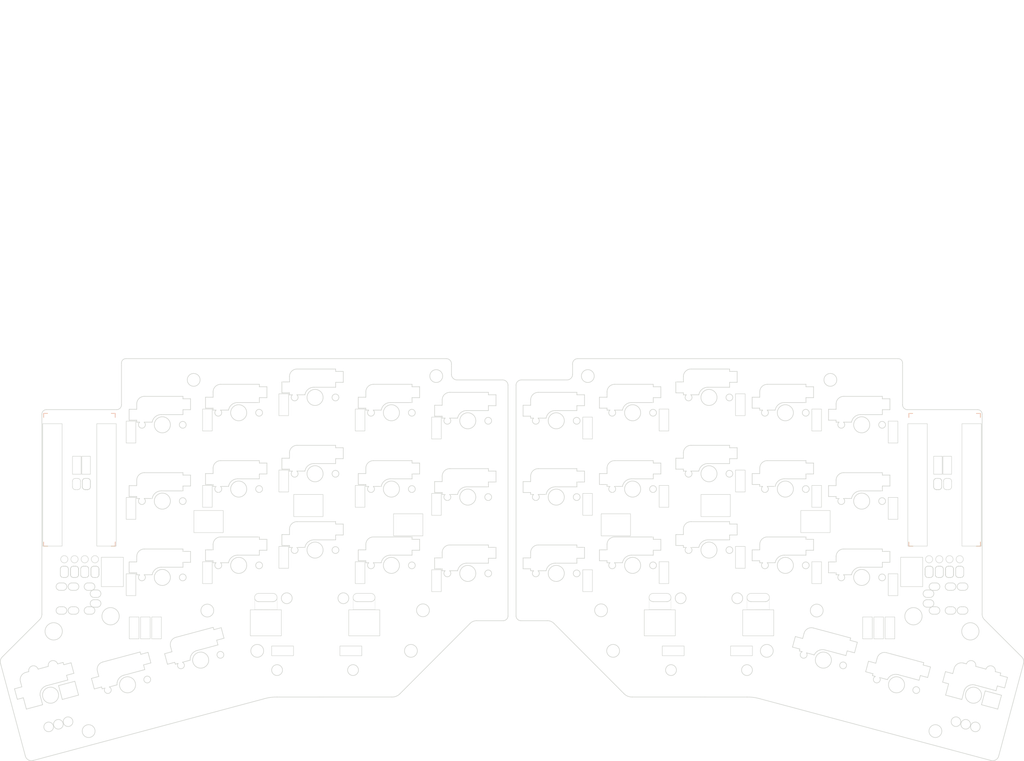
<source format=kicad_pcb>
(kicad_pcb (version 20211014) (generator pcbnew)
  (layers (0 "F.Cu" signal) (31 "B.Cu" signal) (34 "B.Paste" user) (35 "F.Paste" user) (36 "B.SilkS" user "B.Silkscreen") (37 "F.SilkS" user "F.Silkscreen") (38 "B.Mask" user) (39 "F.Mask" user) (44 "Edge.Cuts" user))
  (net 0 "")
  (footprint "jw_custom_footprint:CherryMX_Hotswap_cutout_bottom" (layer "F.Cu") (at 174.709433 100.662896))
  (footprint "jw_custom_footprint:MountingHole_2.7mm_M2.5_cutout" (layer "F.Cu") (at 200.751059 108.848227 180))
  (footprint "jw_custom_footprint:CherryMX_Hotswap_cutout_bottom" (layer "F.Cu") (at 133.694033 102.663096))
  (footprint "jw_custom_footprint:Diode_SOD123_THT_2_cutout" (layer "F.Cu") (at 220.506033 102.555496 90))
  (footprint "jw_custom_footprint:CherryMX_Hotswap_cutout_bottom" (layer "F.Cu") (at 174.709433 81.663296))
  (footprint "jw_custom_footprint:CherryMX_Hotswap_EC11_cutout_bottom" (layer "F.Cu") (at 259.520293 132.988613 -15))
  (footprint "jw_custom_footprint:R_1206_DoubleSided_cutout" (layer "F.Cu") (at 252.998365 75.739168 -90))
  (footprint "jw_custom_footprint:MountingHole_3.2mm_M3_cutout" (layer "F.Cu") (at 223.91026 54.475052))
  (footprint "jw_custom_footprint:Diode_SOD123_THT_2_cutout" (layer "F.Cu") (at 220.506033 83.555096 90))
  (footprint "jw_custom_footprint:Diode_SOD123_THT_2_cutout" (layer "F.Cu") (at 233.143105 116.156536 -90))
  (footprint "jw_custom_footprint:CherryMX_Hotswap_cutout_bottom" (layer "F.Cu") (at 155.709233 64.662296))
  (footprint "jw_custom_footprint:LED_WS2812B_PLCC4_5.0x5.0mm_P3.2mm_double_side_cutout" (layer "F.Cu") (at 244.139867 102.299735 -90))
  (footprint "jw_custom_footprint:CherryMX_Hotswap_cutout_bottom" (layer "F.Cu") (at 155.709233 83.662696))
  (footprint "jw_custom_footprint:Diode_SOD123_THT_2_cutout" (layer "F.Cu") (at 182.506433 102.554896 90))
  (footprint "jw_custom_footprint:Diode_SOD123_THT_2_cutout" (layer "F.Cu") (at 220.506033 64.555136 90))
  (footprint "jw_custom_footprint:MountingHole_3.2mm_M3_cutout" (layer "F.Cu") (at 220.519305 111.913502))
  (footprint "jw_custom_footprint:MountingHole_4.3mm_M4_cutout" (layer "F.Cu") (at 244.585093 113.329015 180))
  (footprint "jw_custom_footprint:CherryMX_Hotswap_cutout_bottom" (layer "F.Cu") (at 95.694433 96.853096))
  (footprint "jw_custom_footprint:SolderJumper-2_P1.3mm_Open_RoundedPad1.0x1.5mm_dual_side_cutout" (layer "F.Cu") (at 40.926522 102.27585 -90))
  (footprint "jw_custom_footprint:SolderJumper-2_P1.3mm_Open_RoundedPad1.0x1.5mm_dual_side_cutout" (layer "F.Cu") (at 38.386522 102.27585 -90))
  (footprint "jw_custom_footprint:Diode_SOD123_THT_2_cutout" (layer "F.Cu") (at 239.505731 86.555496 90))
  (footprint "jw_custom_footprint:Diode_SOD123_THT_2_cutout" (layer "F.Cu") (at 201.505833 60.744936 90))
  (footprint "jw_custom_footprint:Diode_SOD123_THT_2_cutout" (layer "F.Cu") (at 239.505731 105.555496 90))
  (footprint "jw_custom_footprint:MountingHole_3.2mm_M3_cutout" (layer "F.Cu") (at 166.86186 111.850852))
  (footprint "jw_custom_footprint:OLED_4Pin_cutout" (layer "F.Cu") (at 248.476744 99.139923))
  (footprint "jw_custom_footprint:MountingHole_4.3mm_M4_cutout" (layer "F.Cu") (at 258.744867 117.088215))
  (footprint "jw_custom_footprint:CherryMX_Hotswap_cutout_bottom" (layer "F.Cu") (at 240.368693 130.397815 -15))
  (footprint "jw_custom_footprint:R_1206_DoubleSided_cutout" (layer "F.Cu") (at 250.673265 75.739168 -90))
  (footprint "jw_custom_footprint:Diode_SOD123_THT_2_cutout" (layer "F.Cu") (at 239.50586 67.556052 90))
  (footprint "jw_custom_footprint:FPC_front_flip_connector_1x05-P0.5mm_Horizontal_cutout" (layer "F.Cu") (at 181.458663 115.434061))
  (footprint "jw_custom_footprint:CherryMX_Hotswap_cutout_bottom" (layer "F.Cu") (at 193.708833 96.853096))
  (footprint "jw_custom_footprint:CherryMX_Hotswap_cutout_bottom" (layer "F.Cu") (at 133.694033 64.662296))
  (footprint "jw_custom_footprint:CherryMX_Hotswap_cutout_bottom" (layer "F.Cu") (at 114.693833 81.663296))
  (footprint "jw_custom_footprint:CherryMX_Hotswap_cutout_bottom" (layer "F.Cu") (at 95.694433 58.852936))
  (footprint "jw_custom_footprint:MountingHole_3.2mm_M3_cutout" (layer "F.Cu") (at 250.046093 141.929415))
  (footprint "jw_custom_footprint:MountingHole_2.7mm_M2.5_cutout" (layer "F.Cu") (at 184.259059 126.737835 180))
  (footprint "jw_custom_footprint:Diode_SOD123_THT_2_cutout" (layer "F.Cu") (at 201.878705 121.945302 180))
  (footprint "jw_custom_footprint:CherryMX_Hotswap_cutout_bottom" (layer "F.Cu") (at 114.693833 100.662896))
  (footprint "jw_custom_footprint:CherryMX_Hotswap_cutout_bottom" (layer "F.Cu") (at 57.694535 84.663496))
  (footprint "jw_custom_footprint:SolderJumper-2_P1.3mm_Open_RoundedPad1.0x1.5mm_dual_side_cutout" (layer "F.Cu") (at 256.096744 102.27585 -90))
  (footprint "jw_custom_footprint:CherryMX_Hotswap_cutout_bottom" (layer "F.Cu") (at 212.709033 62.663136))
  (footprint "jw_custom_footprint:CherryMX_Hotswap_cutout_bottom" (layer "F.Cu") (at 174.709433 62.663696))
  (footprint "jw_custom_footprint:Nintendo_Switch_Joystick_Cable_Hole_5.5x2mm_cutout" (layer "F.Cu") (at 205.958804 108.659258))
  (footprint "jw_custom_footprint:MountingHole_2.7mm_M2.5_cutout" (layer "F.Cu") (at 203.158859 126.738435 180))
  (footprint "jw_custom_footprint:CherryMX_Hotswap_cutout_bottom" (layer "F.Cu") (at 231.708731 65.663696))
  (footprint "jw_custom_footprint:CherryMX_Hotswap_cutout_bottom" (layer "F.Cu") (at 67.234399 124.251421 15))
  (footprint "jw_custom_footprint:ProMicro_jumper_pad_only_cutout_beneath_PCB" (layer "F.Cu") (at 37.071173 79.358515))
  (footprint "jw_custom_footprint:Diode_SOD123_THT_2_cutout" (layer "F.Cu") (at 184.883105 121.945302 180))
  (footprint "jw_custom_footprint:Diode_SOD123_THT_2_cutout" (layer "F.Cu") (at 163.506233 104.555096 90))
  (footprint "jw_custom_footprint:LED_WS2812B_PLCC4_5.0x5.0mm_P3.2mm_double_side_cutout" (layer "F.Cu") (at 170.530667 90.568221))
  (footprint "jw_custom_footprint:SolderJumper-2_P1.3mm_Open_RoundedPad1.0x1.5mm_dual_side_cutout" (layer "F.Cu") (at 33.306522 102.27585 -90))
  (footprint "jw_custom_footprint:CherryMX_Hotswap_cutout_bottom" (layer "F.Cu") (at 76.694233 81.663096))
  (footprint "jw_custom_footprint:Diode_SOD123_THT_2_cutout" (layer "F.Cu") (at 182.506433 83.555296 90))
  (footprint "jw_custom_footprint:Diode_SOD123_THT_2_cutout" (layer "F.Cu") (at 163.506233 85.554696 90))
  (footprint "jw_custom_footprint:Diode_SOD123_THT_2_cutout" (layer "F.Cu") (at 235.937105 116.156536 -90))
  (footprint "jw_custom_footprint:Diode_SOD123_THT_2_cutout" (layer "F.Cu") (at 182.506433 64.555696 90))
  (footprint "jw_custom_footprint:CherryMX_Hotswap_cutout_bottom" (layer "F.Cu") (at 212.709033 100.663496))
  (footprint "jw_custom_footprint:CherryMX_Hotswap_cutout_bottom" (layer "F.Cu") (at 49.034573 130.397815 15))
  (footprint "jw_custom_footprint:CherryMX_Hotswap_cutout_bottom" (layer "F.Cu") (at 76.694233 62.663136))
  (footprint "jw_custom_footprint:Diode_SOD123_THT_2_cutout" (layer "F.Cu") (at 201.505833 98.745096 90))
  (footprint "jw_custom_footprint:Diode_SOD123_THT_2_cutout" (layer "F.Cu") (at 163.506233 66.554296 90))
  (footprint "jw_custom_footprint:LED_WS2812B_PLCC4_5.0x5.0mm_P3.2mm_double_side_cutout" (layer "F.Cu") (at 220.203467 89.758221))
  (footprint "jw_custom_footprint:CherryMX_Hotswap_cutout_bottom" (layer "F.Cu") (at 114.693833 62.663696))
  (footprint "jw_custom_footprint:Nintendo_Switch_Joystick_Cable_Hole_6x2mm_cutout" (layer "F.Cu") (at 181.458608 108.659258))
  (footprint "jw_custom_footprint:SolderJumper-2_P1.3mm_Open_RoundedPad1.0x1.5mm_dual_side_cutout" (layer "F.Cu") (at 253.069635 80.407934 90))
  (footprint "jw_custom_footprint:CherryMX_Hotswap_cutout_bottom" (layer "F.Cu") (at 57.694535 103.663496))
  (footprint "jw_custom_footprint:MJ-4PP-9_cutout_beneath_PCB" (layer "F.Cu") (at 260.109805 109.806536 -90))
  (footprint "jw_custom_footprint:Diode_SOD123_THT_2_cutout" (layer "F.Cu") (at 238.731105 116.156536 -90))
  (footprint "jw_custom_footprint:CherryMX_Hotswap_cutout_bottom" (layer "F.Cu") (at 222.168867 124.251421 -15))
  (footprint "jw_custom_footprint:CherryMX_Hotswap_cutout_bottom" (layer "F.Cu") (at 57.694535 65.663696))
  (footprint "jw_custom_footprint:SolderJumper-2_P1.3mm_Open_RoundedPad1.0x1.5mm_dual_side_cutout" (layer "F.Cu") (at 248.476744 102.27585 -90))
  (footprint "jw_custom_footprint:MountingHole_3.2mm_M3_cutout" (layer "F.Cu") (at 208.094549 121.945302))
  (footprint "jw_custom_footprint:CherryMX_Hotswap_cutout_bottom" (layer "F.Cu") (at 231.708731 103.663496))
  (footprint "jw_custom_footprint:CherryMX_Hotswap_cutout_bottom" (layer "F.Cu") (at 212.709033 81.663096))
  (footprint "jw_custom_footprint:Diode_SOD123_THT_2_cutout" (layer "F.Cu") (at 201.505833 79.744896 90))
  (footprint "jw_custom_footprint:SolderJumper-2_P1.3mm_Open_RoundedPad1.0x1.5mm_dual_side_cutout" (layer "F.Cu") (at 38.789918 80.407934 90))
  (footprint "jw_custom_footprint:CherryMX_Hotswap_cutout_bottom" (layer "F.Cu") (at 133.694033 83.662696))
  (footprint "jw_custom_footprint:MountingHole_2.7mm_M2.5_cutout" (layer "F.Cu") (at 186.659548 108.847717 180))
  (footprint "jw_custom_footprint:SolderJumper-2_P1.3mm_Open_RoundedPad1.0x1.5mm_dual_side_cutout" (layer "F.Cu") (at 35.846522 102.27585 -90))
  (footprint "jw_custom_footprint:LED_WS2812B_PLCC4_5.0x5.0mm_P3.2mm_double_side_cutout" (layer "F.Cu") (at 195.367067 85.767621))
  (footprint "jw_custom_footprint:CherryMX_Hotswap_EC11_cutout_bottom" (layer "F.Cu") (at 29.882973 132.988613 15))
  (footprint "jw_custom_footprint:CherryMX_Hotswap_cutout_bottom" (layer "F.Cu") (at 95.694433 77.852896))
  (footprint "jw_custom_footprint:SolderJumper-2_P1.3mm_Open_RoundedPad1.0x1.5mm_dual_side_cutout" (layer "F.Cu") (at 253.556744 102.27585 -90))
  (footprint "jw_custom_footprint:SolderJumper-2_P1.3mm_Open_RoundedPad1.0x1.5mm_dual_side_cutout" (layer "F.Cu") (at 250.613348 80.407934 90))
  (footprint "jw_custom_footprint:CherryMX_Hotswap_cutout_bottom" (layer "F.Cu") (at 231.708731 84.663496))
  (footprint "jw_custom_footprint:CherryMX_Hotswap_cutout_bottom" (layer "F.Cu") (at 193.708833 58.852936))
  (footprint "jw_custom_footprint:MountingHole_3.2mm_M3_cutout" (layer "F.Cu") (at 169.858293 121.945302))
  (footprint "jw_custom_footprint:MountingHole_3.2mm_M3_cutout" (layer "F.Cu") (at 163.559093 53.533215))
  (footprint "jw_custom_footprint:CherryMX_Hotswap_cutout_bottom" (layer "F.Cu") (at 193.708833 77.852896))
  (footprint "jw_custom_footprint:CherryMX_Hotswap_cutout_bottom" (layer "F.Cu") (at 76.694233 100.663496))
  (footprint "jw_custom_footprint:SolderJumper-2_P1.3mm_Open_RoundedPad1.0x1.5mm_dual_side_cutout" (layer "F.Cu") (at 251.016744 102.27585 -90))
  (footprint "jw_custom_footprint:FPC_front_flip_connector_1x05-P0.5mm_Horizontal_cutout" (layer "F.Cu") (at 83.444462 115.434061))
  (footprint "jw_custom_footprint:CherryMX_Hotswap_cutout_bottom" (layer "F.Cu") (at 155.709233 102.663096))
  (footprint "jw_custom_footprint:MountingHole_2.7mm_M2.5_cutout" (layer "B.Cu") (at 88.652207 108.848227))
  (footprint "jw_custom_footprint:MountingHole_3.2mm_M3_cutout" (layer "B.Cu") (at 81.308717 121.945302 180))
  (footprint "jw_custom_footprint:SolderJumper-2_P1.3mm_Open_RoundedPad1.0x1.5mm_dual_side_cutout" (layer "B.Cu") (at 251.016744 102.27585 -90))
  (footprint "jw_custom_footprint:MountingHole_4.3mm_M4_cutout" (layer "B.Cu") (at 44.818173 113.329015))
  (footprint "jw_custom_footprint:LED_WS2812B_PLCC4_5.0x5.0mm_P3.2mm_double_side_cutout" (layer "B.Cu") (at 45.263399 102.299735 -90))
  (footprint "jw_custom_footprint:MountingHole_3.2mm_M3_cutout" (layer "B.Cu") (at 68.883961 111.913502 180))
  (footprint "jw_custom_footprint:SolderJumper-2_P1.3mm_Open_RoundedPad1.0x1.5mm_dual_side_cutout" (layer "B.Cu") (at 40.926522 102.27585 -90))
  (footprint "jw_custom_footprint:Diode_SOD123_THT_2_cutout" (layer "B.Cu") (at 104.520161 121.945302))
  (footprint "jw_custom_footprint:Diode_SOD123_THT_2_cutout" (layer "B.Cu") (at 87.897433 79.744896 90))
  (footprint "jw_custom_footprint:Diode_SOD123_THT_2_cutout" (layer "B.Cu") (at 68.897233 64.555136 90))
  (footprint "jw_custom_footprint:MountingHole_3.2mm_M3_cutout" (layer "B.Cu") (at 39.357173 141.929415 180))
  (footprint "jw_custom_footprint:R_1206_DoubleSided_cutout" (layer "B.Cu") (at 38.730001 75.739168 -90))
  (footprint "jw_custom_footprint:Diode_SOD123_THT_2_cutout" (layer "B.Cu") (at 106.896833 102.554896 90))
  (footprint "jw_custom_footprint:MountingHole_4.3mm_M4_cutout" (layer "B.Cu") (at 30.658399 117.088215 180))
  (footprint "jw_custom_footprint:Diode_SOD123_THT_2_cutout" (layer "B.Cu") (at 106.896833 83.555296 90))
  (footprint "jw_custom_footprint:Diode_SOD123_THT_2_cutout" (layer "B.Cu") (at 125.897033 85.554696 90))
  (footprint "jw_custom_footprint:R_1206_DoubleSided_cutout" (layer "B.Cu") (at 36.404901 75.739168 -90))
  (footprint "jw_custom_footprint:MountingHole_3.2mm_M3_cutout" (layer "B.Cu") (at 119.544973 121.945302 180))
  (footprint "jw_custom_footprint:SolderJumper-2_P1.3mm_Open_RoundedPad1.0x1.5mm_dual_side_cutout" (layer "B.Cu") (at 250.613348 80.407934 90))
  (footprint "jw_custom_footprint:Nintendo_Switch_Joystick_Cable_Hole_6x2mm_cutout" (layer "B.Cu") (at 107.944658 108.659258 180))
  (footprint "jw_custom_footprint:Diode_SOD123_THT_2_cutout" (layer "B.Cu") (at 49.897535 86.555496 90))
  (footprint "jw_custom_footprint:OLED_4Pin_cutout" (layer "B.Cu") (at 40.926522 99.139923 180))
  (footprint "jw_custom_footprint:Diode_SOD123_THT_2_cutout" (layer "B.Cu") (at 68.897233 83.555096 90))
  (footprint "jw_custom_footprint:SolderJumper-2_P1.3mm_Open_RoundedPad1.0x1.5mm_dual_side_cutout" (layer "B.Cu") (at 38.386522 102.27585 -90))
  (footprint "jw_custom_footprint:SolderJumper-2_P1.3mm_Open_RoundedPad1.0x1.5mm_dual_side_cutout" (layer "B.Cu") (at 248.476744 102.27585 -90))
  (footprint "jw_custom_footprint:FPC_front_flip_connector_1x05-P0.5mm_Horizontal_cutout" (layer "B.Cu") (at 205.958804 115.434061 180))
  (footprint "jw_custom_footprint:Diode_SOD123_THT_2_cutout" (layer "B.Cu") (at 106.896833 64.555696 90))
  (footprint "jw_custom_footprint:LED_WS2812B_PLCC4_5.0x5.0mm_P3.2mm_double_side_cutout" (layer "B.Cu") (at 94.036199 85.767621 180))
  (footprint "jw_custom_footprint:Diode_SOD123_THT_2_cutout" (layer "B.Cu") (at 87.897433 60.744936 90))
  (footprint "jw_custom_footprint:Diode_SOD123_THT_2_cutout" (layer "B.Cu") (at 125.897033 66.554296 90))
  (footprint "jw_custom_footprint:ProMicro_jumper_pad_only_cutout_beneath_PCB" (layer "B.Cu") (at 252.332093 79.358515 180))
  (footprint "jw_custom_footprint:LED_WS2812B_PLCC4_5.0x5.0mm_P3.2mm_double_side_cutout" (layer "B.Cu") (at 69.199799 89.758221 180))
  (footprint "jw_custom_footprint:Diode_SOD123_THT_2_cutout" (layer "B.Cu") (at 49.897535 105.555496 90))
  (footprint "jw_custom_footprint:FPC_front_flip_connector_1x05-P0.5mm_Horizontal_cutout" (layer "B.Cu") (at 107.944603 115.434061 180))
  (footprint "jw_custom_footprint:MountingHole_3.2mm_M3_cutout" (layer "B.Cu") (at 65.493006 54.475052 180))
  (footprint "jw_custom_footprint:MountingHole_3.2mm_M3_cutout" (layer "B.Cu") (at 125.844173 53.533215 180))
  (footprint "jw_custom_footprint:MountingHole_2.7mm_M2.5_cutout" (layer "B.Cu") (at 102.743718 108.847717))
  (footprint "jw_custom_footprint:MountingHole_3.2mm_M3_cutout" (layer "B.Cu") (at 122.541406 111.850852 180))
  (footprint "jw_custom_footprint:Diode_SOD123_THT_2_cutout" (layer "B.Cu") (at 87.897433 98.745096 90))
  (footprint "jw_custom_footprint:Diode_SOD123_THT_2_cutout" (layer "B.Cu") (at 56.260161 116.156536 -90))
  (footprint "jw_custom_footprint:MJ-4PP-9_cutout_beneath_PCB" (layer "B.Cu") (at 29.293461 109.806536 -90))
  (footprint "jw_custom_footprint:Diode_SOD123_THT_2_cutout" (layer "B.Cu") (at 68.897233 102.555496 90))
  (footprint "jw_custom_footprint:SolderJumper-2_P1.3mm_Open_RoundedPad1.0x1.5mm_dual_side_cutout" (layer "B.Cu") (at 33.306522 102.27585 -90))
  (footprint "jw_custom_footprint:LED_WS2812B_PLCC4_5.0x5.0mm_P3.2mm_double_side_cutout" (layer "B.Cu") (at 118.872599 90.568221 180))
  (footprint "jw_custom_footprint:SolderJumper-2_P1.3mm_Open_RoundedPad1.0x1.5mm_dual_side_cutout" (layer "B.Cu") (at 38.789918 80.407934 90))
  (footprint "jw_custom_footprint:SolderJumper-2_P1.3mm_Open_RoundedPad1.0x1.5mm_dual_side_cutout" (layer "B.Cu") (at 35.846522 102.27585 -90))
  (footprint "jw_custom_footprint:SolderJumper-2_P1.3mm_Open_RoundedPad1.0x1.5mm_dual_side_cutout" (layer "B.Cu") (at 253.556744 102.27585 -90))
  (footprint "jw_custom_footprint:Diode_SOD123_THT_2_cutout" (layer "B.Cu") (at 125.897033 104.555096 90))
  (footprint "jw_custom_footprint:Diode_SOD123_THT_2_cutout" (layer "B.Cu") (at 49.897406 67.556052 90))
  (footprint "jw_custom_footprint:Diode_SOD123_THT_2_cutout" (layer "B.Cu") (at 53.466161 116.156536 -90))
  (footprint "jw_custom_footprint:Diode_SOD123_THT_2_cutout" (layer "B.Cu") (at 50.672161 116.156536 -90))
  (footprint "jw_custom_footprint:MountingHole_2.7mm_M2.5_cutout" (layer "B.Cu") (at 86.244407 126.738435))
  (footprint "jw_custom_footprint:Diode_SOD123_THT_2_cutout" (layer "B.Cu") (at 87.524561 121.945302))
  (footprint "jw_custom_footprint:SolderJumper-2_P1.3mm_Open_RoundedPad1.0x1.5mm_dual_side_cutout" (layer "B.Cu") (at 256.096744 102.27585 -90))
  (footprint "jw_custom_footprint:MountingHole_2.7mm_M2.5_cutout" (layer "B.Cu") (at 105.144207 126.737835))
  (footprint "jw_custom_footprint:SolderJumper-2_P1.3mm_Open_RoundedPad1.0x1.5mm_dual_side_cutout" (layer "B.Cu") (at 36.333631 80.407934 90))
  (footprint "jw_custom_footprint:Nintendo_Switch_Joystick_Cable_Hole_5.5x2mm_cutout" (layer "B.Cu") (at 83.444462 108.659258 180))
  (gr_arc (start 145.701633 55.792731) (mid 146.103342 54.871114) (end 147.037105 54.498536) (layer "Edge.Cuts") (width 0.15))
  (gr_line (start 86.238462 111.688159) (end 80.650462 111.662302) (layer "Edge.Cuts") (width 0.05))
  (gr_arc (start 106.166658 109.721555) (mid 105.534748 109.513215) (end 105.150658 108.969902) (layer "Edge.Cuts") (width 0.05))
  (gr_arc (start 146.832467 114.442421) (mid 146.044461 114.07064) (end 145.701633 113.269621) (layer "Edge.Cuts") (width 0.15))
  (gr_line (start 178.791608 109.020702) (end 178.791608 111.662302) (layer "Edge.Cuts") (width 0.05))
  (gr_line (start 203.164804 109.020702) (end 203.164804 111.688159) (layer "Edge.Cuts") (width 0.05))
  (gr_line (start 172.57686 132.622621) (end 155.17786 115.155621) (layer "Edge.Cuts") (width 0.15))
  (gr_arc (start 159.769591 50.549496) (mid 160.125879 49.588981) (end 161.069893 49.191002) (layer "Edge.Cuts") (width 0.15))
  (gr_arc (start 81.666462 109.757759) (mid 81.023621 109.537717) (end 80.650462 108.969902) (layer "Edge.Cuts") (width 0.05))
  (gr_line (start 47.530621 60.677731) (end 47.530621 50.295902) (layer "Edge.Cuts") (width 0.15))
  (gr_arc (start 27.724783 63.062821) (mid 28.053421 62.222067) (end 28.893183 61.89087) (layer "Edge.Cuts") (width 0.15))
  (gr_line (start 142.570799 114.442421) (end 135.944806 114.442421) (layer "Edge.Cuts") (width 0.15))
  (gr_line (start 17.894173 123.438215) (end 27.169452 114.167215) (layer "Edge.Cuts") (width 0.15))
  (gr_arc (start 174.60886 133.437802) (mid 173.506091 133.246498) (end 172.57686 132.622621) (layer "Edge.Cuts") (width 0.15))
  (gr_line (start 114.794406 133.437802) (end 86.219406 133.445802) (layer "Edge.Cuts") (width 0.15))
  (gr_line (start 85.222462 109.757759) (end 81.666462 109.757759) (layer "Edge.Cuts") (width 0.05))
  (gr_line (start 17.436973 125.089215) (end 23.611097 148.142918) (layer "Edge.Cuts") (width 0.15))
  (gr_line (start 46.317482 61.89087) (end 28.893183 61.89087) (layer "Edge.Cuts") (width 0.15))
  (gr_arc (start 110.611658 109.020702) (mid 110.218894 109.529057) (end 109.606005 109.721555) (layer "Edge.Cuts") (width 0.05))
  (gr_line (start 263.865613 149.244615) (end 206.371433 133.872421) (layer "Edge.Cuts") (width 0.15))
  (gr_line (start 240.745378 49.191206) (end 161.069893 49.191002) (layer "Edge.Cuts") (width 0.15))
  (gr_arc (start 83.031833 133.872421) (mid 84.609768 133.540668) (end 86.219406 133.445802) (layer "Edge.Cuts") (width 0.15))
  (gr_arc (start 243.085784 61.89087) (mid 242.227939 61.535573) (end 241.872645 60.677731) (layer "Edge.Cuts") (width 0.15))
  (gr_arc (start 203.18386 133.445802) (mid 204.793497 133.54068) (end 206.371433 133.872421) (layer "Edge.Cuts") (width 0.15))
  (gr_arc (start 86.238462 109.020702) (mid 85.850058 109.554089) (end 85.222462 109.757759) (layer "Edge.Cuts") (width 0.05))
  (gr_line (start 83.031833 133.872421) (end 25.537653 149.244615) (layer "Edge.Cuts") (width 0.15))
  (gr_arc (start 143.701633 113.269621) (mid 143.35879 114.070626) (end 142.570799 114.442421) (layer "Edge.Cuts") (width 0.15))
  (gr_line (start 110.611658 111.662302) (end 110.611658 109.020702) (layer "Edge.Cuts") (width 0.05))
  (gr_line (start 183.236608 109.721555) (end 179.797261 109.721555) (layer "Edge.Cuts") (width 0.05))
  (gr_arc (start 134.225406 115.155621) (mid 135.008874 114.615236) (end 135.944806 114.442421) (layer "Edge.Cuts") (width 0.15))
  (gr_arc (start 17.436973 125.089215) (mid 17.437379 124.200521) (end 17.894173 123.438215) (layer "Edge.Cuts") (width 0.15))
  (gr_line (start 262.233814 114.167215) (end 271.509093 123.438215) (layer "Edge.Cuts") (width 0.15))
  (gr_arc (start 262.233814 114.167215) (mid 261.815971 113.538171) (end 261.678483 112.795615) (layer "Edge.Cuts") (width 0.15))
  (gr_arc (start 47.530621 50.295902) (mid 47.85596 49.50039) (end 48.657888 49.191206) (layer "Edge.Cuts") (width 0.15))
  (gr_line (start 129.633675 53.100331) (end 129.633675 50.549496) (layer "Edge.Cuts") (width 0.15))
  (gr_line (start 147.037105 54.498536) (end 158.375788 54.498536) (layer "Edge.Cuts") (width 0.15))
  (gr_line (start 241.872645 50.295902) (end 241.872645 60.677731) (layer "Edge.Cuts") (width 0.15))
  (gr_line (start 178.791608 111.662302) (end 184.252608 111.662302) (layer "Edge.Cuts") (width 0.05))
  (gr_arc (start 260.510083 61.89087) (mid 261.349864 62.222047) (end 261.678483 63.062821) (layer "Edge.Cuts") (width 0.15))
  (gr_arc (start 25.537653 149.244615) (mid 24.34497 149.094912) (end 23.611097 148.142918) (layer "Edge.Cuts") (width 0.15))
  (gr_line (start 105.150658 111.662302) (end 110.611658 111.662302) (layer "Edge.Cuts") (width 0.05))
  (gr_line (start 27.724783 63.062821) (end 27.724783 112.795615) (layer "Edge.Cuts") (width 0.15))
  (gr_line (start 143.701633 113.269621) (end 143.701633 55.792731) (layer "Edge.Cuts") (width 0.15))
  (gr_line (start 105.150658 111.662302) (end 105.150658 108.969902) (layer "Edge.Cuts") (width 0.05))
  (gr_arc (start 153.45846 114.442421) (mid 154.394389 114.615244) (end 155.17786 115.155621) (layer "Edge.Cuts") (width 0.15))
  (gr_line (start 184.252608 108.969902) (end 184.252608 111.662302) (layer "Edge.Cuts") (width 0.05))
  (gr_line (start 203.18386 133.445802) (end 174.60886 133.437802) (layer "Edge.Cuts") (width 0.15))
  (gr_arc (start 184.252608 108.969902) (mid 183.868517 109.513215) (end 183.236608 109.721555) (layer "Edge.Cuts") (width 0.05))
  (gr_arc (start 27.724783 112.795615) (mid 27.587303 113.538174) (end 27.169452 114.167215) (layer "Edge.Cuts") (width 0.15))
  (gr_line (start 153.45846 114.442421) (end 146.832467 114.442421) (layer "Edge.Cuts") (width 0.15))
  (gr_arc (start 142.366161 54.498536) (mid 143.299905 54.871133) (end 143.701633 55.792731) (layer "Edge.Cuts") (width 0.15))
  (gr_arc (start 179.797261 109.721555) (mid 179.184372 109.529057) (end 178.791608 109.020702) (layer "Edge.Cuts") (width 0.05))
  (gr_line (start 265.792169 148.142918) (end 271.966293 125.089215) (layer "Edge.Cuts") (width 0.15))
  (gr_arc (start 131.027478 54.498536) (mid 130.042233 54.086881) (end 129.633675 53.100331) (layer "Edge.Cuts") (width 0.15))
  (gr_arc (start 265.792169 148.142918) (mid 265.058273 149.094872) (end 263.865613 149.244615) (layer "Edge.Cuts") (width 0.15))
  (gr_line (start 208.752804 111.662302) (end 203.164804 111.688159) (layer "Edge.Cuts") (width 0.05))
  (gr_line (start 134.225406 115.155621) (end 116.826406 132.622621) (layer "Edge.Cuts") (width 0.15))
  (gr_arc (start 208.752804 108.969902) (mid 208.379644 109.537717) (end 207.736804 109.757759) (layer "Edge.Cuts") (width 0.05))
  (gr_line (start 128.333373 49.191002) (end 48.657888 49.191206) (layer "Edge.Cuts") (width 0.15))
  (gr_arc (start 159.769591 53.100331) (mid 159.36106 54.086908) (end 158.375788 54.498536) (layer "Edge.Cuts") (width 0.15))
  (gr_line (start 131.027478 54.498536) (end 142.366161 54.498536) (layer "Edge.Cuts") (width 0.15))
  (gr_arc (start 204.180804 109.757759) (mid 203.553208 109.554089) (end 203.164804 109.020702) (layer "Edge.Cuts") (width 0.05))
  (gr_arc (start 240.745378 49.191206) (mid 241.547303 49.500392) (end 241.872645 50.295902) (layer "Edge.Cuts") (width 0.15))
  (gr_arc (start 128.333373 49.191002) (mid 129.277403 49.588965) (end 129.633675 50.549496) (layer "Edge.Cuts") (width 0.15))
  (gr_line (start 145.701633 55.792731) (end 145.701633 113.269621) (layer "Edge.Cuts") (width 0.15))
  (gr_arc (start 271.509093 123.438215) (mid 271.965874 124.200525) (end 271.966293 125.089215) (layer "Edge.Cuts") (width 0.15))
  (gr_line (start 86.238462 111.688159) (end 86.238462 109.020702) (layer "Edge.Cuts") (width 0.05))
  (gr_arc (start 47.530621 60.677731) (mid 47.175321 61.535568) (end 46.317482 61.89087) (layer "Edge.Cuts") (width 0.15))
  (gr_line (start 260.510083 61.89087) (end 243.085784 61.89087) (layer "Edge.Cuts") (width 0.15))
  (gr_line (start 207.736804 109.757759) (end 204.180804 109.757759) (layer "Edge.Cuts") (width 0.05))
  (gr_line (start 159.769591 50.549496) (end 159.769591 53.100331) (layer "Edge.Cuts") (width 0.15))
  (gr_line (start 208.752804 108.969902) (end 208.752804 111.662302) (layer "Edge.Cuts") (width 0.05))
  (gr_arc (start 116.826406 132.622621) (mid 115.897172 133.246492) (end 114.794406 133.437802) (layer "Edge.Cuts") (width 0.15))
  (gr_line (start 261.678483 112.795615) (end 261.678483 63.062821) (layer "Edge.Cuts") (width 0.15))
  (gr_line (start 109.606005 109.721555) (end 106.166658 109.721555) (layer "Edge.Cuts") (width 0.05))
  (gr_line (start 80.650462 111.662302) (end 80.650462 108.969902) (layer "Edge.Cuts") (width 0.05))
)
</source>
